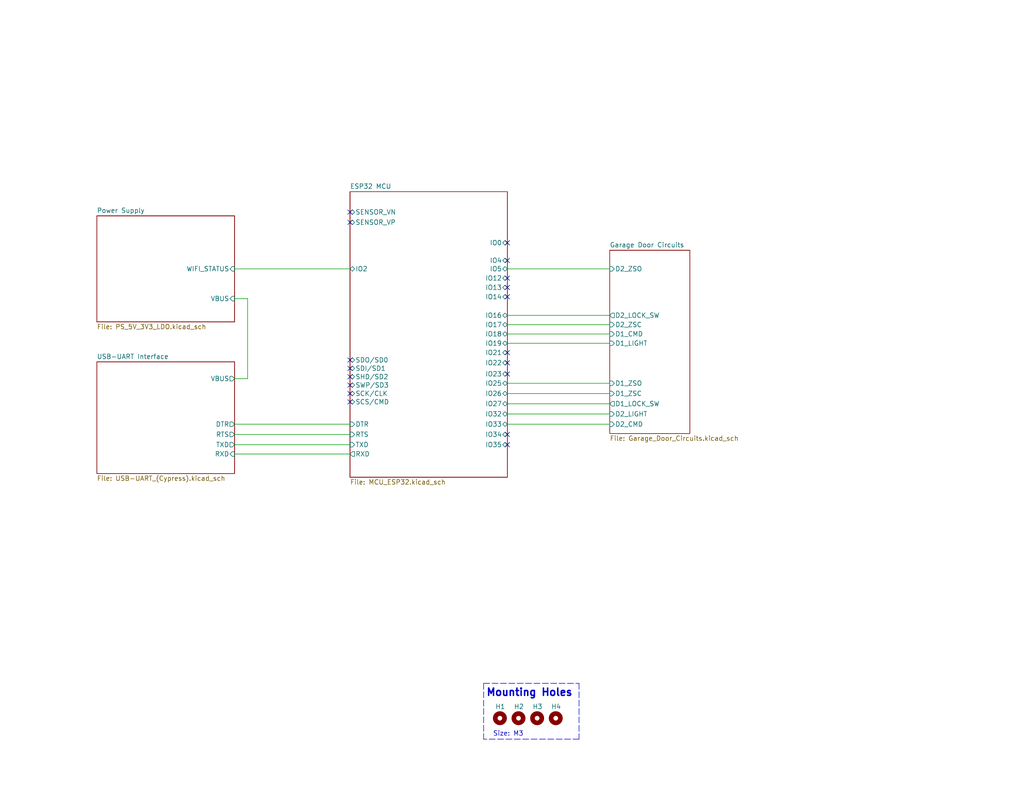
<source format=kicad_sch>
(kicad_sch (version 20211123) (generator eeschema)
  (paper "USLetter")
  (title_block (title "ESP32 Garage Door Controller") (date "2022-11-21") (rev "1.0"))
  (lib_symbols
    (symbol "Mechanical:MountingHole" (pin_names (offset 1.016))
      (property "Reference" "H" (at 0 5.08 0))
      (property "Value" "MountingHole" (at 0 3.175 0))
      (symbol "MountingHole_0_1"
        (circle (center 0 0) (radius 1.27) (stroke (width 1.27)))
      )
    )
  )
  (no_connect (at 138.43 66.294))
  (no_connect (at 138.43 78.486))
  (no_connect (at 95.504 105.156))
  (no_connect (at 95.504 109.728))
  (no_connect (at 95.504 107.442))
  (no_connect (at 95.504 102.87))
  (no_connect (at 95.504 98.298))
  (no_connect (at 138.43 121.412))
  (no_connect (at 138.43 118.618))
  (no_connect (at 138.43 96.266))
  (no_connect (at 138.43 99.06))
  (no_connect (at 138.43 102.108))
  (no_connect (at 138.43 81.026))
  (no_connect (at 138.43 75.946))
  (no_connect (at 95.504 60.706))
  (no_connect (at 95.504 57.912))
  (no_connect (at 138.43 71.12))
  (no_connect (at 95.504 100.584))
  (wire (pts (xy 138.43 107.442) (xy 166.37 107.442)))
  (polyline (pts (xy 157.988 201.803) (xy 131.953 201.803)))
  (wire (pts (xy 64.008 103.378) (xy 67.564 103.378)))
  (wire (pts (xy 138.43 104.648) (xy 166.37 104.648)))
  (wire (pts (xy 64.008 123.952) (xy 95.504 123.952)))
  (wire (pts (xy 138.43 115.824) (xy 166.37 115.824)))
  (wire (pts (xy 138.43 91.186) (xy 166.37 91.186)))
  (wire (pts (xy 67.564 103.378) (xy 67.564 81.534)))
  (polyline (pts (xy 131.953 186.563) (xy 131.953 201.803)))
  (polyline (pts (xy 157.988 186.563) (xy 157.988 201.803)))
  (wire (pts (xy 64.008 121.412) (xy 95.504 121.412)))
  (wire (pts (xy 138.43 88.646) (xy 166.37 88.646)))
  (wire (pts (xy 138.43 110.236) (xy 166.37 110.236)))
  (wire (pts (xy 64.008 115.824) (xy 95.504 115.824)))
  (polyline (pts (xy 131.953 186.563) (xy 157.988 186.563)))
  (wire (pts (xy 138.43 113.03) (xy 166.37 113.03)))
  (wire (pts (xy 138.43 93.726) (xy 166.37 93.726)))
  (wire (pts (xy 138.43 86.106) (xy 166.37 86.106)))
  (wire (pts (xy 138.43 73.406) (xy 166.37 73.406)))
  (wire (pts (xy 64.008 73.406) (xy 95.504 73.406)))
  (wire (pts (xy 67.564 81.534) (xy 64.008 81.534)))
  (wire (pts (xy 64.008 118.618) (xy 95.504 118.618)))
  (text "Mounting Holes\n" (at 132.588 190.373 0) (effects (font (size 2 2) (thickness 0.4) bold) (justify left bottom)))
  (text "Size: M3" (at 134.493 201.168 0) (effects (font (size 1.27 1.27)) (justify left bottom)))
  (symbol (lib_id "Mechanical:MountingHole") (at 141.478 196.088 0) (unit 1)
    (property "Reference" "H2" (at 140.208 192.913 0) (effects (justify left)))
    (property "Value" "MountingHole" (effects hide))
    (property "Footprint" "MountingHole:MountingHole_3.2mm_M3" (effects hide))
  )
  (symbol (lib_id "Mechanical:MountingHole") (at 136.398 196.088 0) (unit 1)
    (property "Reference" "H1" (at 135.128 192.913 0) (effects (justify left)))
    (property "Value" "MountingHole" (effects hide))
    (property "Footprint" "MountingHole:MountingHole_3.2mm_M3" (effects hide))
  )
  (symbol (lib_id "Mechanical:MountingHole") (at 146.558 196.088 0) (unit 1)
    (property "Reference" "H3" (at 145.288 192.913 0) (effects (justify left)))
    (property "Value" "MountingHole" (effects hide))
    (property "Footprint" "MountingHole:MountingHole_3.2mm_M3" (effects hide))
  )
  (symbol (lib_id "Mechanical:MountingHole") (at 151.638 196.088 0) (unit 1)
    (property "Reference" "H4" (at 150.368 192.913 0) (effects (justify left)))
    (property "Value" "MountingHole" (effects hide))
    (property "Footprint" "MountingHole:MountingHole_3.2mm_M3" (effects hide))
  )
  (sheet (at 166.37 68.326) (size 21.844 50.038) (stroke (width 0.1524))
    (property "Sheet name" "Garage Door Circuits" (at 166.37 67.6144 0) (effects (justify left bottom)))
    (property "Sheet file" "Garage_Door_Circuits.kicad_sch" (at 166.37 118.9486 0) (effects (justify left top)))
    (pin "D2_ZSC" input (at 166.37 88.646 180))
    (pin "D2_ZSO" input (at 166.37 73.406 180))
    (pin "D1_ZSC" input (at 166.37 107.442 180))
    (pin "D1_LOCK_SW" output (at 166.37 110.236 180))
    (pin "D1_ZSO" input (at 166.37 104.648 180))
    (pin "D1_LIGHT" input (at 166.37 93.726 180))
    (pin "D2_CMD" input (at 166.37 115.824 180))
    (pin "D1_CMD" input (at 166.37 91.186 180))
    (pin "D2_LIGHT" input (at 166.37 113.03 180))
    (pin "D2_LOCK_SW" output (at 166.37 86.106 180))
  )
  (sheet (at 95.504 52.324) (size 42.926 77.978) (stroke (width 0.1524))
    (property "Sheet name" "ESP32 MCU" (at 95.504 51.6124 0) (effects (justify left bottom)))
    (property "Sheet file" "MCU_ESP32.kicad_sch" (at 95.504 130.8866 0) (effects (justify left top)))
    (pin "DTR" input (at 95.504 115.824 180))
    (pin "RTS" input (at 95.504 118.618 180))
    (pin "RXD" output (at 95.504 123.952 180))
    (pin "TXD" input (at 95.504 121.412 180))
    (pin "SENSOR_VP" bidirectional (at 95.504 60.706 180))
    (pin "SENSOR_VN" bidirectional (at 95.504 57.912 180))
    (pin "IO2" bidirectional (at 95.504 73.406 180))
    (pin "IO0" bidirectional (at 138.43 66.294 0))
    (pin "IO25" bidirectional (at 138.43 104.648 0))
    (pin "IO22" bidirectional (at 138.43 99.06 0))
    (pin "IO21" bidirectional (at 138.43 96.266 0))
    (pin "IO26" bidirectional (at 138.43 107.442 0))
    (pin "SCK{slash}CLK" bidirectional (at 95.504 107.442 180))
    (pin "SHD{slash}SD2" bidirectional (at 95.504 102.87 180))
    (pin "SDI{slash}SD1" bidirectional (at 95.504 100.584 180))
    (pin "SDO{slash}SD0" bidirectional (at 95.504 98.298 180))
    (pin "SWP{slash}SD3" bidirectional (at 95.504 105.156 180))
    (pin "SCS{slash}CMD" bidirectional (at 95.504 109.728 180))
    (pin "IO34" bidirectional (at 138.43 118.618 0))
    (pin "IO27" bidirectional (at 138.43 110.236 0))
    (pin "IO32" bidirectional (at 138.43 113.03 0))
    (pin "IO33" bidirectional (at 138.43 115.824 0))
    (pin "IO35" bidirectional (at 138.43 121.412 0))
    (pin "IO18" bidirectional (at 138.43 91.186 0))
    (pin "IO19" bidirectional (at 138.43 93.726 0))
    (pin "IO16" bidirectional (at 138.43 86.106 0))
    (pin "IO12" bidirectional (at 138.43 75.946 0))
    (pin "IO13" bidirectional (at 138.43 78.486 0))
    (pin "IO5" bidirectional (at 138.43 73.406 0))
    (pin "IO14" bidirectional (at 138.43 81.026 0))
    (pin "IO17" bidirectional (at 138.43 88.646 0))
    (pin "IO23" bidirectional (at 138.43 102.108 0))
    (pin "IO4" bidirectional (at 138.43 71.12 0))
  )
  (sheet (at 26.416 98.806) (size 37.592 30.48) (stroke (width 0.1524))
    (property "Sheet name" "USB-UART Interface" (at 26.416 98.0944 0) (effects (justify left bottom)))
    (property "Sheet file" "USB-UART_(Cypress).kicad_sch" (at 26.416 129.8706 0) (effects (justify left top)))
    (pin "DTR" output (at 64.008 115.824 0))
    (pin "RTS" output (at 64.008 118.618 0))
    (pin "TXD" output (at 64.008 121.412 0))
    (pin "RXD" input (at 64.008 123.952 0))
    (pin "VBUS" output (at 64.008 103.378 0))
  )
  (sheet (at 26.416 58.928) (size 37.592 28.956) (stroke (width 0.1524))
    (property "Sheet name" "Power Supply" (at 26.416 58.2164 0) (effects (justify left bottom)))
    (property "Sheet file" "PS_5V_3V3_LDO.kicad_sch" (at 26.416 88.4686 0) (effects (justify left top)))
    (pin "VBUS" input (at 64.008 81.534 0))
    (pin "WIFI_STATUS" input (at 64.008 73.406 0))
  )
)
</source>
